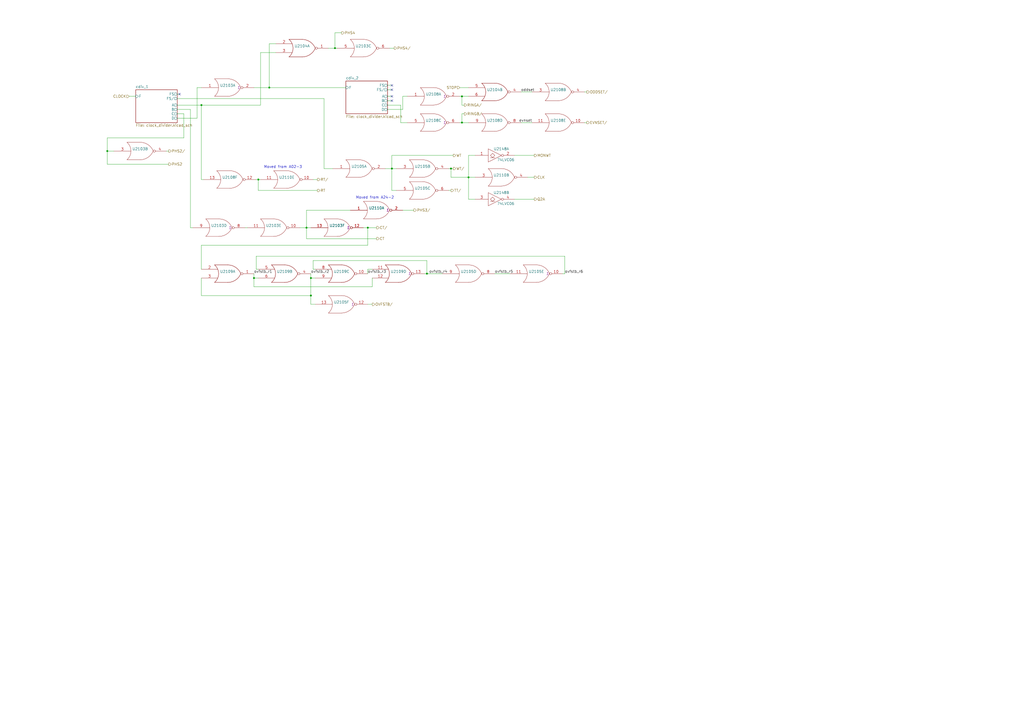
<source format=kicad_sch>
(kicad_sch (version 20211123) (generator eeschema)
  (paper "A2")
  (lib_symbols
    (symbol "agc_kicad_components:74HC02" (pin_names (offset 0.762))
      (property "Reference" "U" (at 0 1.27 0))
      (symbol "74HC02_1_1"
        (arc (start -7.62 -5.08) (mid -5.2708 0) (end -7.62 5.08) (stroke (width 0.2032)))
        (arc (start 0 -5.08) (mid 4.5812 -3.6906) (end 7.62 0) (stroke (width 0.2032)))
        (polyline (pts (xy -7.62 -5.08) (xy 0 -5.08)) (stroke (width 0.2032)))
        (polyline (pts (xy -7.62 5.08) (xy 0 5.08)) (stroke (width 0.2032)))
        (arc (start 7.62 0) (mid 4.5727 3.6819) (end 0 5.08) (stroke (width 0.2032)))
        (pin output inverted (at 15.24 0 180) (length 7.62) (name "~") (number "1"))
        (pin input line (at -15.24 2.54 0) (length 9.398) (name "~") (number "2"))
        (pin input line (at -15.24 -2.54 0) (length 9.398) (name "~") (number "3"))
      )
      (symbol "74HC02_2_1"
        (arc (start -7.62 -5.08) (mid -5.2708 0) (end -7.62 5.08) (stroke (width 0.2032)))
        (arc (start 0 -5.08) (mid 4.5812 -3.6906) (end 7.62 0) (stroke (width 0.2032)))
        (polyline (pts (xy -7.62 -5.08) (xy 0 -5.08)) (stroke (width 0.2032)))
        (polyline (pts (xy -7.62 5.08) (xy 0 5.08)) (stroke (width 0.2032)))
        (arc (start 7.62 0) (mid 4.5727 3.6819) (end 0 5.08) (stroke (width 0.2032)))
        (pin output inverted (at 15.24 0 180) (length 7.62) (name "~") (number "4"))
        (pin input line (at -15.24 2.54 0) (length 9.398) (name "~") (number "5"))
        (pin input line (at -15.24 -2.54 0) (length 9.398) (name "~") (number "6"))
      )
      (symbol "74HC02_3_1"
        (arc (start -7.62 -5.08) (mid -5.2708 0) (end -7.62 5.08) (stroke (width 0.2032)))
        (arc (start 0 -5.08) (mid 4.5812 -3.6906) (end 7.62 0) (stroke (width 0.2032)))
        (polyline (pts (xy -7.62 -5.08) (xy 0 -5.08)) (stroke (width 0.2032)))
        (polyline (pts (xy -7.62 5.08) (xy 0 5.08)) (stroke (width 0.2032)))
        (arc (start 7.62 0) (mid 4.5727 3.6819) (end 0 5.08) (stroke (width 0.2032)))
        (pin output inverted (at 15.24 0 180) (length 7.62) (name "~") (number "10"))
        (pin input line (at -15.24 2.54 0) (length 9.398) (name "~") (number "8"))
        (pin input line (at -15.24 -2.54 0) (length 9.398) (name "~") (number "9"))
      )
      (symbol "74HC02_4_1"
        (arc (start -7.62 -5.08) (mid -5.2708 0) (end -7.62 5.08) (stroke (width 0.2032)))
        (arc (start 0 -5.08) (mid 4.5812 -3.6906) (end 7.62 0) (stroke (width 0.2032)))
        (polyline (pts (xy -7.62 -5.08) (xy 0 -5.08)) (stroke (width 0.2032)))
        (polyline (pts (xy -7.62 5.08) (xy 0 5.08)) (stroke (width 0.2032)))
        (arc (start 7.62 0) (mid 4.5727 3.6819) (end 0 5.08) (stroke (width 0.2032)))
        (pin input line (at -15.24 2.54 0) (length 9.398) (name "~") (number "11"))
        (pin input line (at -15.24 -2.54 0) (length 9.398) (name "~") (number "12"))
        (pin output inverted (at 15.24 0 180) (length 7.62) (name "~") (number "13"))
      )
      (symbol "74HC02_5_0"
        (text "GND" (at 2.54 -3.81 0) (effects (font (size 0.9906 0.9906))))
        (text "VCC" (at 2.54 3.81 0) (effects (font (size 0.9906 0.9906))))
      )
      (symbol "74HC02_5_1"
        (rectangle (start -5.08 2.54) (end 5.08 -2.54))
        (pin power_in line (at 0 6.35 270) (length 3.81) (name "VCC") (number "14"))
        (pin power_in line (at 0 -6.35 90) (length 3.81) (name "GND") (number "7"))
      )
    )
    (symbol "agc_kicad_components:74HC04" (pin_names (offset 0.762))
      (property "Reference" "U" (at 0 1.27 0))
      (symbol "74HC04_1_1"
        (arc (start -7.62 -5.0292) (mid -5.3094 0.0082) (end -7.62 5.0546))
        (arc (start 0 -5.0546) (mid 4.5632 -3.6449) (end 7.5946 0.0508))
        (polyline (pts (xy -7.62 -5.08) (xy 0 -5.08)))
        (polyline (pts (xy -7.62 5.08) (xy 0 5.08)))
        (arc (start 7.62 0) (mid 4.6132 3.6946) (end 0.0508 5.08))
        (pin input line (at -15.24 0 0) (length 9.906) (name "~") (number "1"))
        (pin output inverted (at 15.24 0 180) (length 7.62) (name "~") (number "2"))
      )
      (symbol "74HC04_2_1"
        (arc (start -7.62 -5.0292) (mid -5.3094 0.0082) (end -7.62 5.0546))
        (arc (start 0 -5.0546) (mid 4.5632 -3.6449) (end 7.5946 0.0508))
        (polyline (pts (xy -7.62 -5.08) (xy 0 -5.08)))
        (polyline (pts (xy -7.62 5.08) (xy 0 5.08)))
        (arc (start 7.62 0) (mid 4.6132 3.6946) (end 0.0508 5.08))
        (pin input line (at -15.24 0 0) (length 9.906) (name "~") (number "3"))
        (pin output inverted (at 15.24 0 180) (length 7.62) (name "~") (number "4"))
      )
      (symbol "74HC04_3_1"
        (arc (start -7.62 -5.0292) (mid -5.3094 0.0082) (end -7.62 5.0546))
        (arc (start 0 -5.0546) (mid 4.5632 -3.6449) (end 7.5946 0.0508))
        (polyline (pts (xy -7.62 -5.08) (xy 0 -5.08)))
        (polyline (pts (xy -7.62 5.08) (xy 0 5.08)))
        (arc (start 7.62 0) (mid 4.6132 3.6946) (end 0.0508 5.08))
        (pin input line (at -15.24 0 0) (length 9.906) (name "~") (number "5"))
        (pin output inverted (at 15.24 0 180) (length 7.62) (name "~") (number "6"))
      )
      (symbol "74HC04_4_1"
        (arc (start -7.62 -5.0292) (mid -5.3094 0.0082) (end -7.62 5.0546))
        (arc (start 0 -5.0546) (mid 4.5632 -3.6449) (end 7.5946 0.0508))
        (polyline (pts (xy -7.62 -5.08) (xy 0 -5.08)))
        (polyline (pts (xy -7.62 5.08) (xy 0 5.08)))
        (arc (start 7.62 0) (mid 4.6132 3.6946) (end 0.0508 5.08))
        (pin output inverted (at 15.24 0 180) (length 7.62) (name "~") (number "8"))
        (pin input line (at -15.24 0 0) (length 9.906) (name "~") (number "9"))
      )
      (symbol "74HC04_5_1"
        (arc (start -7.62 -5.0292) (mid -5.3094 0.0082) (end -7.62 5.0546))
        (arc (start 0 -5.0546) (mid 4.5632 -3.6449) (end 7.5946 0.0508))
        (polyline (pts (xy -7.62 -5.08) (xy 0 -5.08)))
        (polyline (pts (xy -7.62 5.08) (xy 0 5.08)))
        (arc (start 7.62 0) (mid 4.6132 3.6946) (end 0.0508 5.08))
        (pin output inverted (at 15.24 0 180) (length 7.62) (name "~") (number "10"))
        (pin input line (at -15.24 0 0) (length 9.906) (name "~") (number "11"))
      )
      (symbol "74HC04_6_1"
        (arc (start -7.62 -5.0292) (mid -5.3094 0.0082) (end -7.62 5.0546))
        (arc (start 0 -5.0546) (mid 4.5632 -3.6449) (end 7.5946 0.0508))
        (polyline (pts (xy -7.62 -5.08) (xy 0 -5.08)))
        (polyline (pts (xy -7.62 5.08) (xy 0 5.08)))
        (arc (start 7.62 0) (mid 4.6132 3.6946) (end 0.0508 5.08))
        (pin output inverted (at 15.24 0 180) (length 7.62) (name "~") (number "12"))
        (pin input line (at -15.24 0 0) (length 9.906) (name "~") (number "13"))
      )
      (symbol "74HC04_7_0"
        (text "GND" (at 2.54 -3.81 0) (effects (font (size 0.9906 0.9906))))
        (text "VCC" (at 2.54 3.81 0) (effects (font (size 0.9906 0.9906))))
      )
      (symbol "74HC04_7_1"
        (rectangle (start -5.08 2.54) (end 5.08 -2.54))
        (pin power_in line (at 0 6.35 270) (length 3.81) (name "VCC") (number "14"))
        (pin power_in line (at 0 -6.35 90) (length 3.81) (name "GND") (number "7"))
      )
    )
    (symbol "agc_kicad_components:74LVC06" (pin_names (offset 0.762))
      (property "Reference" "U" (at 0 1.27 0))
      (symbol "74LVC06_1_0"
        (polyline (pts (xy -3.81 3.81) (xy -3.81 -3.81) (xy 3.81 0) (xy -3.81 3.81)))
      )
      (symbol "74LVC06_1_1"
        (polyline (pts (xy -2.54 -1.27) (xy 0 -1.27)))
        (polyline (pts (xy -1.27 1.27) (xy -2.54 0) (xy -1.27 -1.27) (xy 0 0) (xy -1.27 1.27)))
        (pin input line (at -11.43 0 0) (length 7.62) (name "~") (number "1"))
        (pin open_collector inverted (at 11.43 0 180) (length 7.62) (name "~") (number "2"))
      )
      (symbol "74LVC06_2_0"
        (polyline (pts (xy -3.81 3.81) (xy -3.81 -3.81) (xy 3.81 0) (xy -3.81 3.81)))
      )
      (symbol "74LVC06_2_1"
        (polyline (pts (xy -2.54 -1.27) (xy 0 -1.27)))
        (polyline (pts (xy -1.27 1.27) (xy -2.54 0) (xy -1.27 -1.27) (xy 0 0) (xy -1.27 1.27)))
        (pin input line (at -11.43 0 0) (length 7.62) (name "~") (number "3"))
        (pin open_collector inverted (at 11.43 0 180) (length 7.62) (name "~") (number "4"))
      )
      (symbol "74LVC06_3_0"
        (polyline (pts (xy -3.81 3.81) (xy -3.81 -3.81) (xy 3.81 0) (xy -3.81 3.81)))
      )
      (symbol "74LVC06_3_1"
        (polyline (pts (xy -2.54 -1.27) (xy 0 -1.27)))
        (polyline (pts (xy -1.27 1.27) (xy -2.54 0) (xy -1.27 -1.27) (xy 0 0) (xy -1.27 1.27)))
        (pin input line (at -11.43 0 0) (length 7.62) (name "~") (number "5"))
        (pin open_collector inverted (at 11.43 0 180) (length 7.62) (name "~") (number "6"))
      )
      (symbol "74LVC06_4_0"
        (polyline (pts (xy -3.81 3.81) (xy -3.81 -3.81) (xy 3.81 0) (xy -3.81 3.81)))
      )
      (symbol "74LVC06_4_1"
        (polyline (pts (xy -2.54 -1.27) (xy 0 -1.27)))
        (polyline (pts (xy -1.27 1.27) (xy -2.54 0) (xy -1.27 -1.27) (xy 0 0) (xy -1.27 1.27)))
        (pin open_collector inverted (at 11.43 0 180) (length 7.62) (name "~") (number "8"))
        (pin input line (at -11.43 0 0) (length 7.62) (name "~") (number "9"))
      )
      (symbol "74LVC06_5_0"
        (polyline (pts (xy -3.81 3.81) (xy -3.81 -3.81) (xy 3.81 0) (xy -3.81 3.81)))
      )
      (symbol "74LVC06_5_1"
        (polyline (pts (xy -2.54 -1.27) (xy 0 -1.27)))
        (polyline (pts (xy -1.27 1.27) (xy -2.54 0) (xy -1.27 -1.27) (xy 0 0) (xy -1.27 1.27)))
        (pin open_collector inverted (at 11.43 0 180) (length 7.62) (name "~") (number "10"))
        (pin input line (at -11.43 0 0) (length 7.62) (name "~") (number "11"))
      )
      (symbol "74LVC06_6_0"
        (polyline (pts (xy -3.81 3.81) (xy -3.81 -3.81) (xy 3.81 0) (xy -3.81 3.81)))
      )
      (symbol "74LVC06_6_1"
        (polyline (pts (xy -2.54 -1.27) (xy 0 -1.27)))
        (polyline (pts (xy -1.27 1.27) (xy -2.54 0) (xy -1.27 -1.27) (xy 0 0) (xy -1.27 1.27)))
        (pin open_collector inverted (at 11.43 0 180) (length 7.62) (name "~") (number "12"))
        (pin input line (at -11.43 0 0) (length 7.62) (name "~") (number "13"))
      )
      (symbol "74LVC06_7_0"
        (rectangle (start -5.08 2.54) (end 5.08 -2.54))
        (text "GND" (at 2.54 -3.81 0) (effects (font (size 0.9906 0.9906))))
        (text "VCC" (at 2.54 3.81 0) (effects (font (size 0.9906 0.9906))))
      )
      (symbol "74LVC06_7_1"
        (pin power_in line (at 0 6.35 270) (length 3.81) (name "VCC") (number "14"))
        (pin power_in line (at 0 -6.35 90) (length 3.81) (name "GND") (number "7"))
      )
    )
  )
  (junction (at 156.21 50.8))
  (junction (at 180.34 161.29))
  (junction (at 116.84 60.96))
  (junction (at 267.97 55.88))
  (junction (at 247.65 158.75))
  (junction (at 213.36 132.08))
  (junction (at 180.34 171.45))
  (junction (at 271.78 102.87))
  (junction (at 62.23 87.63))
  (junction (at 261.62 97.79))
  (junction (at 194.31 27.94))
  (junction (at 177.8 132.08))
  (junction (at 227.33 97.79))
  (junction (at 267.97 71.12))
  (junction (at 147.32 161.29))
  (junction (at 149.86 104.14))
  (no_connect (at 227.33 49.53))
  (no_connect (at 227.33 58.42))
  (no_connect (at 227.33 55.88))
  (no_connect (at 227.33 52.07))
  (no_connect (at 104.14 54.61))
  (wire (pts (xy 187.96 57.15) (xy 102.87 57.15)))
  (wire (pts (xy 116.84 171.45) (xy 116.84 161.29)))
  (wire (pts (xy 156.21 50.8) (xy 200.66 50.8)))
  (wire (pts (xy 302.26 53.34) (xy 308.61 53.34)))
  (wire (pts (xy 116.84 60.96) (xy 116.84 104.14)))
  (wire (pts (xy 102.87 66.04) (xy 106.68 66.04)))
  (wire (pts (xy 213.36 142.24) (xy 116.84 142.24)))
  (wire (pts (xy 147.32 161.29) (xy 149.86 161.29)))
  (wire (pts (xy 143.51 132.08) (xy 142.24 132.08)))
  (wire (pts (xy 227.33 110.49) (xy 229.87 110.49)))
  (wire (pts (xy 102.87 60.96) (xy 116.84 60.96)))
  (wire (pts (xy 340.36 53.34) (xy 339.09 53.34)))
  (wire (pts (xy 223.52 97.79) (xy 227.33 97.79)))
  (wire (pts (xy 227.33 97.79) (xy 227.33 110.49)))
  (wire (pts (xy 110.49 63.5) (xy 110.49 132.08)))
  (wire (pts (xy 177.8 132.08) (xy 177.8 138.43)))
  (wire (pts (xy 233.68 63.5) (xy 233.68 55.88)))
  (wire (pts (xy 62.23 80.01) (xy 62.23 87.63)))
  (wire (pts (xy 267.97 66.04) (xy 269.24 66.04)))
  (wire (pts (xy 102.87 68.58) (xy 114.3 68.58)))
  (wire (pts (xy 149.86 110.49) (xy 184.15 110.49)))
  (wire (pts (xy 232.41 60.96) (xy 232.41 71.12)))
  (wire (pts (xy 266.7 50.8) (xy 271.78 50.8)))
  (wire (pts (xy 267.97 71.12) (xy 267.97 66.04)))
  (wire (pts (xy 116.84 60.96) (xy 151.13 60.96)))
  (wire (pts (xy 269.24 60.96) (xy 267.97 60.96)))
  (wire (pts (xy 224.79 49.53) (xy 227.33 49.53)))
  (wire (pts (xy 266.7 71.12) (xy 267.97 71.12)))
  (wire (pts (xy 66.04 87.63) (xy 62.23 87.63)))
  (wire (pts (xy 180.34 171.45) (xy 180.34 176.53)))
  (wire (pts (xy 151.13 30.48) (xy 160.02 30.48)))
  (wire (pts (xy 156.21 25.4) (xy 160.02 25.4)))
  (wire (pts (xy 149.86 104.14) (xy 149.86 110.49)))
  (wire (pts (xy 271.78 102.87) (xy 275.59 102.87)))
  (wire (pts (xy 224.79 60.96) (xy 232.41 60.96)))
  (wire (pts (xy 180.34 158.75) (xy 180.34 161.29)))
  (wire (pts (xy 187.96 97.79) (xy 193.04 97.79)))
  (wire (pts (xy 227.33 97.79) (xy 229.87 97.79)))
  (wire (pts (xy 247.65 151.13) (xy 247.65 158.75)))
  (wire (pts (xy 148.59 104.14) (xy 149.86 104.14)))
  (wire (pts (xy 271.78 90.17) (xy 271.78 102.87)))
  (wire (pts (xy 271.78 90.17) (xy 275.59 90.17)))
  (wire (pts (xy 226.06 27.94) (xy 228.6 27.94)))
  (wire (pts (xy 267.97 71.12) (xy 271.78 71.12)))
  (wire (pts (xy 327.66 158.75) (xy 327.66 148.59)))
  (wire (pts (xy 232.41 71.12) (xy 236.22 71.12)))
  (wire (pts (xy 187.96 57.15) (xy 187.96 97.79)))
  (wire (pts (xy 213.36 132.08) (xy 213.36 142.24)))
  (wire (pts (xy 224.79 58.42) (xy 227.33 58.42)))
  (wire (pts (xy 149.86 104.14) (xy 151.13 104.14)))
  (wire (pts (xy 102.87 54.61) (xy 104.14 54.61)))
  (wire (pts (xy 62.23 95.25) (xy 97.79 95.25)))
  (wire (pts (xy 210.82 132.08) (xy 213.36 132.08)))
  (wire (pts (xy 266.7 55.88) (xy 267.97 55.88)))
  (wire (pts (xy 271.78 102.87) (xy 271.78 115.57)))
  (wire (pts (xy 261.62 97.79) (xy 262.89 97.79)))
  (wire (pts (xy 213.36 132.08) (xy 218.44 132.08)))
  (wire (pts (xy 227.33 90.17) (xy 227.33 97.79)))
  (wire (pts (xy 177.8 121.92) (xy 177.8 132.08)))
  (wire (pts (xy 267.97 60.96) (xy 267.97 55.88)))
  (wire (pts (xy 62.23 80.01) (xy 106.68 80.01)))
  (wire (pts (xy 309.88 90.17) (xy 298.45 90.17)))
  (wire (pts (xy 180.34 176.53) (xy 182.88 176.53)))
  (wire (pts (xy 180.34 161.29) (xy 182.88 161.29)))
  (wire (pts (xy 190.5 27.94) (xy 194.31 27.94)))
  (wire (pts (xy 247.65 158.75) (xy 256.54 158.75)))
  (wire (pts (xy 302.26 71.12) (xy 308.61 71.12)))
  (wire (pts (xy 287.02 158.75) (xy 295.91 158.75)))
  (wire (pts (xy 147.32 166.37) (xy 215.9 166.37)))
  (wire (pts (xy 177.8 138.43) (xy 218.44 138.43)))
  (wire (pts (xy 116.84 104.14) (xy 118.11 104.14)))
  (wire (pts (xy 184.15 104.14) (xy 181.61 104.14)))
  (wire (pts (xy 106.68 66.04) (xy 106.68 80.01)))
  (wire (pts (xy 213.36 158.75) (xy 213.36 156.21)))
  (wire (pts (xy 116.84 142.24) (xy 116.84 156.21)))
  (wire (pts (xy 215.9 166.37) (xy 215.9 161.29)))
  (wire (pts (xy 271.78 115.57) (xy 275.59 115.57)))
  (wire (pts (xy 340.36 71.12) (xy 339.09 71.12)))
  (wire (pts (xy 110.49 132.08) (xy 111.76 132.08)))
  (wire (pts (xy 309.88 102.87) (xy 306.07 102.87)))
  (wire (pts (xy 177.8 132.08) (xy 180.34 132.08)))
  (wire (pts (xy 114.3 68.58) (xy 114.3 50.8)))
  (wire (pts (xy 148.59 156.21) (xy 149.86 156.21)))
  (wire (pts (xy 62.23 87.63) (xy 62.23 95.25)))
  (wire (pts (xy 260.35 97.79) (xy 261.62 97.79)))
  (wire (pts (xy 147.32 50.8) (xy 156.21 50.8)))
  (wire (pts (xy 298.45 115.57) (xy 309.88 115.57)))
  (wire (pts (xy 156.21 25.4) (xy 156.21 50.8)))
  (wire (pts (xy 267.97 55.88) (xy 271.78 55.88)))
  (wire (pts (xy 147.32 158.75) (xy 147.32 161.29)))
  (wire (pts (xy 114.3 50.8) (xy 116.84 50.8)))
  (wire (pts (xy 224.79 52.07) (xy 227.33 52.07)))
  (wire (pts (xy 203.2 121.92) (xy 177.8 121.92)))
  (wire (pts (xy 213.36 156.21) (xy 215.9 156.21)))
  (wire (pts (xy 326.39 158.75) (xy 327.66 158.75)))
  (wire (pts (xy 181.61 156.21) (xy 182.88 156.21)))
  (wire (pts (xy 224.79 63.5) (xy 233.68 63.5)))
  (wire (pts (xy 96.52 87.63) (xy 97.79 87.63)))
  (wire (pts (xy 233.68 121.92) (xy 240.03 121.92)))
  (wire (pts (xy 102.87 63.5) (xy 110.49 63.5)))
  (wire (pts (xy 213.36 176.53) (xy 215.9 176.53)))
  (wire (pts (xy 262.89 90.17) (xy 227.33 90.17)))
  (wire (pts (xy 151.13 60.96) (xy 151.13 30.48)))
  (wire (pts (xy 147.32 161.29) (xy 147.32 166.37)))
  (wire (pts (xy 181.61 151.13) (xy 247.65 151.13)))
  (wire (pts (xy 194.31 27.94) (xy 195.58 27.94)))
  (wire (pts (xy 198.12 19.05) (xy 194.31 19.05)))
  (wire (pts (xy 233.68 55.88) (xy 236.22 55.88)))
  (wire (pts (xy 261.62 97.79) (xy 261.62 102.87)))
  (wire (pts (xy 260.35 110.49) (xy 261.62 110.49)))
  (wire (pts (xy 224.79 55.88) (xy 227.33 55.88)))
  (wire (pts (xy 194.31 19.05) (xy 194.31 27.94)))
  (wire (pts (xy 148.59 148.59) (xy 148.59 156.21)))
  (wire (pts (xy 261.62 102.87) (xy 271.78 102.87)))
  (wire (pts (xy 180.34 171.45) (xy 116.84 171.45)))
  (wire (pts (xy 246.38 158.75) (xy 247.65 158.75)))
  (wire (pts (xy 173.99 132.08) (xy 177.8 132.08)))
  (wire (pts (xy 74.93 55.88) (xy 78.74 55.88)))
  (wire (pts (xy 181.61 151.13) (xy 181.61 156.21)))
  (wire (pts (xy 148.59 148.59) (xy 327.66 148.59)))
  (wire (pts (xy 180.34 161.29) (xy 180.34 171.45)))
  (text "Moved from A24-2" (at 228.6 115.57 180) (effects (font (size 1.524 1.524)) (justify right bottom)))
  (text "Moved from A02-3" (at 175.26 97.79 180) (effects (font (size 1.524 1.524)) (justify right bottom)))
  (label "ovfstb_r1" (at 147.32 158.75 0) (effects (font (size 1.524 1.524))))
  (label "ovfstb_r6" (at 327.66 158.75 0) (effects (font (size 1.524 1.524))))
  (label "ovfstb_r5" (at 287.02 158.75 0) (effects (font (size 1.524 1.524))))
  (label "evnset" (at 308.61 71.12 180) (effects (font (size 1.524 1.524))))
  (label "oddset" (at 302.26 53.34 0) (effects (font (size 1.524 1.524))))
  (label "ovfstb_r2" (at 180.34 158.75 0) (effects (font (size 1.524 1.524))))
  (label "ovfstb_r4" (at 248.92 158.75 0) (effects (font (size 1.524 1.524))))
  (label "ovfstb_r3" (at 213.36 158.75 0) (effects (font (size 1.524 1.524))))
  (hierarchical_label "OVFSTB/" (shape output) (at 215.9 176.53 0) (effects (font (size 1.524 1.524))))
  (hierarchical_label "Q2A" (shape output) (at 309.88 115.57 0) (effects (font (size 1.524 1.524))))
  (hierarchical_label "PHS2/" (shape output) (at 97.79 87.63 0) (effects (font (size 1.524 1.524))))
  (hierarchical_label "CT" (shape output) (at 218.44 138.43 0) (effects (font (size 1.524 1.524))))
  (hierarchical_label "RT/" (shape output) (at 184.15 104.14 0) (effects (font (size 1.524 1.524))))
  (hierarchical_label "CLOCK" (shape input) (at 74.93 55.88 180) (effects (font (size 1.524 1.524))))
  (hierarchical_label "ODDSET/" (shape output) (at 340.36 53.34 0) (effects (font (size 1.524 1.524))))
  (hierarchical_label "PHS3/" (shape output) (at 240.03 121.92 0) (effects (font (size 1.524 1.524))))
  (hierarchical_label "PHS4" (shape output) (at 198.12 19.05 0) (effects (font (size 1.524 1.524))))
  (hierarchical_label "RINGB/" (shape output) (at 269.24 66.04 0) (effects (font (size 1.524 1.524))))
  (hierarchical_label "RT" (shape output) (at 184.15 110.49 0) (effects (font (size 1.524 1.524))))
  (hierarchical_label "WT" (shape output) (at 262.89 90.17 0) (effects (font (size 1.524 1.524))))
  (hierarchical_label "PHS4/" (shape output) (at 228.6 27.94 0) (effects (font (size 1.524 1.524))))
  (hierarchical_label "EVNSET/" (shape output) (at 340.36 71.12 0) (effects (font (size 1.524 1.524))))
  (hierarchical_label "WT/" (shape output) (at 262.89 97.79 0) (effects (font (size 1.524 1.524))))
  (hierarchical_label "CLK" (shape output) (at 309.88 102.87 0) (effects (font (size 1.524 1.524))))
  (hierarchical_label "RINGA/" (shape output) (at 269.24 60.96 0) (effects (font (size 1.524 1.524))))
  (hierarchical_label "CT/" (shape output) (at 218.44 132.08 0) (effects (font (size 1.524 1.524))))
  (hierarchical_label "MONWT" (shape output) (at 309.88 90.17 0) (effects (font (size 1.524 1.524))))
  (hierarchical_label "PHS2" (shape output) (at 97.79 95.25 0) (effects (font (size 1.524 1.524))))
  (hierarchical_label "TT/" (shape output) (at 261.62 110.49 0) (effects (font (size 1.524 1.524))))
  (hierarchical_label "STOP" (shape input) (at 266.7 50.8 180) (effects (font (size 1.524 1.524))))
  (symbol (lib_id "agc_kicad_components:74HC04") (at 132.08 50.8 0) (unit 1)
    (property "Reference" "U2103" (at 132.08 49.53 0) (effects (font (size 1.524 1.524))))
    (property "Value" "74HC04" (effects hide))
    (property "Initial" "1" (at 138.43 50.8 0) (effects (font (size 1.524 1.524) italic)))
  )
  (symbol (lib_id "agc_kicad_components:74HC04") (at 81.28 87.63 0) (unit 2)
    (property "Reference" "U2103" (at 81.28 86.36 0) (effects (font (size 1.524 1.524))))
    (property "Value" "74HC04" (effects hide))
  )
  (symbol (lib_id "agc_kicad_components:74HC02") (at 175.26 27.94 0) (unit 1)
    (property "Reference" "U2104" (at 175.26 26.67 0) (effects (font (size 1.524 1.524))))
    (property "Value" "74HC02" (effects hide))
  )
  (symbol (lib_id "agc_kicad_components:74HC04") (at 210.82 27.94 0) (unit 3)
    (property "Reference" "U2103" (at 210.82 26.67 0) (effects (font (size 1.524 1.524))))
    (property "Value" "74HC04" (effects hide))
  )
  (symbol (lib_id "agc_kicad_components:74HC04") (at 127 132.08 0) (unit 4)
    (property "Reference" "U2103" (at 127 130.81 0) (effects (font (size 1.524 1.524))))
    (property "Value" "74HC04" (effects hide))
    (property "Initial" "1" (at 133.35 132.08 0) (effects (font (size 1.524 1.524) italic)))
  )
  (symbol (lib_id "agc_kicad_components:74HC04") (at 158.75 132.08 0) (unit 5)
    (property "Reference" "U2103" (at 158.75 130.81 0) (effects (font (size 1.524 1.524))))
    (property "Value" "74HC04" (effects hide))
  )
  (symbol (lib_id "agc_kicad_components:74HC04") (at 195.58 132.08 0) (unit 6)
    (property "Reference" "U2103" (at 195.58 130.81 0) (effects (font (size 1.524 1.524))))
    (property "Value" "74HC04" (effects hide))
    (property "Initial" "1" (at 201.93 132.08 0) (effects (font (size 1.524 1.524) italic)))
  )
  (symbol (lib_id "agc_kicad_components:74HC04") (at 208.28 97.79 0) (unit 1)
    (property "Reference" "U2105" (at 208.28 96.52 0) (effects (font (size 1.524 1.524))))
    (property "Value" "74HC04" (effects hide))
  )
  (symbol (lib_id "agc_kicad_components:74HC04") (at 245.11 97.79 0) (unit 2)
    (property "Reference" "U2105" (at 245.11 96.52 0) (effects (font (size 1.524 1.524))))
    (property "Value" "74HC04" (effects hide))
  )
  (symbol (lib_id "agc_kicad_components:74HC04") (at 245.11 110.49 0) (unit 3)
    (property "Reference" "U2105" (at 245.11 109.22 0) (effects (font (size 1.524 1.524))))
    (property "Value" "74HC04" (effects hide))
  )
  (symbol (lib_id "agc_kicad_components:74HC04") (at 251.46 55.88 0) (unit 1)
    (property "Reference" "U2108" (at 251.46 54.61 0) (effects (font (size 1.524 1.524))))
    (property "Value" "74HC04" (effects hide))
    (property "Initial" "1" (at 257.81 55.88 0) (effects (font (size 1.524 1.524) italic)))
  )
  (symbol (lib_id "agc_kicad_components:74HC04") (at 251.46 71.12 0) (unit 3)
    (property "Reference" "U2108" (at 251.46 69.85 0) (effects (font (size 1.524 1.524))))
    (property "Value" "74HC04" (effects hide))
    (property "Initial" "1" (at 257.81 71.12 0) (effects (font (size 1.524 1.524) italic)))
  )
  (symbol (lib_id "agc_kicad_components:74HC04") (at 133.35 104.14 0) (unit 6)
    (property "Reference" "U2108" (at 133.35 102.87 0) (effects (font (size 1.524 1.524))))
    (property "Value" "74HC04" (effects hide))
  )
  (symbol (lib_id "agc_kicad_components:74HC04") (at 287.02 71.12 0) (unit 4)
    (property "Reference" "U2108" (at 287.02 69.85 0) (effects (font (size 1.524 1.524))))
    (property "Value" "74HC04" (effects hide))
  )
  (symbol (lib_id "agc_kicad_components:74HC04") (at 323.85 53.34 0) (unit 2)
    (property "Reference" "U2108" (at 323.85 52.07 0) (effects (font (size 1.524 1.524))))
    (property "Value" "74HC04" (effects hide))
  )
  (symbol (lib_id "agc_kicad_components:74HC04") (at 323.85 71.12 0) (unit 5)
    (property "Reference" "U2108" (at 323.85 69.85 0) (effects (font (size 1.524 1.524))))
    (property "Value" "74HC04" (effects hide))
  )
  (symbol (lib_id "agc_kicad_components:74HC04") (at 218.44 121.92 0) (unit 1)
    (property "Reference" "U2110" (at 218.44 120.65 0) (effects (font (size 1.524 1.524))))
    (property "Value" "74HC04" (effects hide))
    (property "Initial" "1" (at 224.79 121.92 0) (effects (font (size 1.524 1.524) italic)))
  )
  (symbol (lib_id "agc_kicad_components:74HC02") (at 287.02 53.34 0) (unit 2)
    (property "Reference" "U2104" (at 287.02 52.07 0) (effects (font (size 1.524 1.524))))
    (property "Value" "74HC02" (effects hide))
  )
  (symbol (lib_id "agc_kicad_components:74HC04") (at 290.83 102.87 0) (unit 2)
    (property "Reference" "U2110" (at 290.83 101.6 0) (effects (font (size 1.524 1.524))))
    (property "Value" "74HC04" (effects hide))
  )
  (symbol (lib_id "agc_kicad_components:74HC02") (at 132.08 158.75 0) (unit 1)
    (property "Reference" "U2109" (at 132.08 157.48 0) (effects (font (size 1.524 1.524))))
    (property "Value" "74HC02" (effects hide))
  )
  (symbol (lib_id "agc_kicad_components:74HC02") (at 165.1 158.75 0) (unit 2)
    (property "Reference" "U2109" (at 165.1 157.48 0) (effects (font (size 1.524 1.524))))
    (property "Value" "74HC02" (effects hide))
  )
  (symbol (lib_id "agc_kicad_components:74HC02") (at 198.12 158.75 0) (unit 3)
    (property "Reference" "U2109" (at 198.12 157.48 0) (effects (font (size 1.524 1.524))))
    (property "Value" "74HC02" (effects hide))
  )
  (symbol (lib_id "agc_kicad_components:74HC02") (at 231.14 158.75 0) (unit 4)
    (property "Reference" "U2109" (at 231.14 157.48 0) (effects (font (size 1.524 1.524))))
    (property "Value" "74HC02" (effects hide))
    (property "Initial" "1" (at 237.49 158.75 0) (effects (font (size 1.524 1.524) italic)))
  )
  (symbol (lib_id "agc_kicad_components:74HC04") (at 271.78 158.75 0) (unit 4)
    (property "Reference" "U2105" (at 271.78 157.48 0) (effects (font (size 1.524 1.524))))
    (property "Value" "74HC04" (effects hide))
  )
  (symbol (lib_id "agc_kicad_components:74HC04") (at 311.15 158.75 0) (unit 5)
    (property "Reference" "U2105" (at 311.15 157.48 0) (effects (font (size 1.524 1.524))))
    (property "Value" "74HC04" (effects hide))
    (property "Initial" "1" (at 317.5 158.75 0) (effects (font (size 1.524 1.524) italic)))
  )
  (symbol (lib_id "agc_kicad_components:74HC04") (at 198.12 176.53 0) (unit 6)
    (property "Reference" "U2105" (at 198.12 175.26 0) (effects (font (size 1.524 1.524))))
    (property "Value" "74HC04" (effects hide))
    (property "Initial" "1" (at 204.47 176.53 0) (effects (font (size 1.524 1.524) italic)))
  )
  (symbol (lib_id "agc_kicad_components:74HC04") (at 166.37 104.14 0) (unit 5)
    (property "Reference" "U2110" (at 166.37 102.87 0) (effects (font (size 1.524 1.524))))
    (property "Value" "74HC04" (effects hide))
  )
  (symbol (lib_id "agc_kicad_components:74LVC06") (at 287.02 90.17 0) (unit 1)
    (property "Reference" "U2148" (at 290.83 86.36 0) (effects (font (size 1.524 1.524))))
    (property "Value" "74LVC06" (at 293.37 92.71 0) (effects (font (size 1.524 1.524))))
  )
  (symbol (lib_id "agc_kicad_components:74LVC06") (at 287.02 115.57 0) (unit 2)
    (property "Reference" "U2148" (at 290.83 111.76 0) (effects (font (size 1.524 1.524))))
    (property "Value" "74LVC06" (at 293.37 118.11 0) (effects (font (size 1.524 1.524))))
  )
  (sheet (at 78.74 52.07) (size 24.13 19.05)
    (property "Sheet name" "cdiv_1" (at 78.74 51.2314 0) (effects (font (size 1.524 1.524)) (justify left bottom)))
    (property "Sheet file" "clock_divider.kicad_sch" (at 78.74 71.8062 0) (effects (font (size 1.524 1.524)) (justify left top)))
    (pin "F" input (at 78.74 55.88 180) (effects (font (size 1.524 1.524))))
    (pin "D" output (at 102.87 68.58 0) (effects (font (size 1.524 1.524))))
    (pin "B" output (at 102.87 63.5 0) (effects (font (size 1.524 1.524))))
    (pin "A" output (at 102.87 60.96 0) (effects (font (size 1.524 1.524))))
    (pin "C" output (at 102.87 66.04 0) (effects (font (size 1.524 1.524))))
    (pin "FS/" output (at 102.87 57.15 0) (effects (font (size 1.524 1.524))))
    (pin "FS" output (at 102.87 54.61 0) (effects (font (size 1.524 1.524))))
  )
  (sheet (at 200.66 46.99) (size 24.13 19.05)
    (property "Sheet name" "cdiv_2" (at 200.66 46.1514 0) (effects (font (size 1.524 1.524)) (justify left bottom)))
    (property "Sheet file" "clock_divider.kicad_sch" (at 200.66 66.7262 0) (effects (font (size 1.524 1.524)) (justify left top)))
    (pin "F" input (at 200.66 50.8 180) (effects (font (size 1.524 1.524))))
    (pin "D" output (at 224.79 63.5 0) (effects (font (size 1.524 1.524))))
    (pin "B" output (at 224.79 58.42 0) (effects (font (size 1.524 1.524))))
    (pin "A" output (at 224.79 55.88 0) (effects (font (size 1.524 1.524))))
    (pin "C" output (at 224.79 60.96 0) (effects (font (size 1.524 1.524))))
    (pin "FS/" output (at 224.79 52.07 0) (effects (font (size 1.524 1.524))))
    (pin "FS" output (at 224.79 49.53 0) (effects (font (size 1.524 1.524))))
  )
)
</source>
